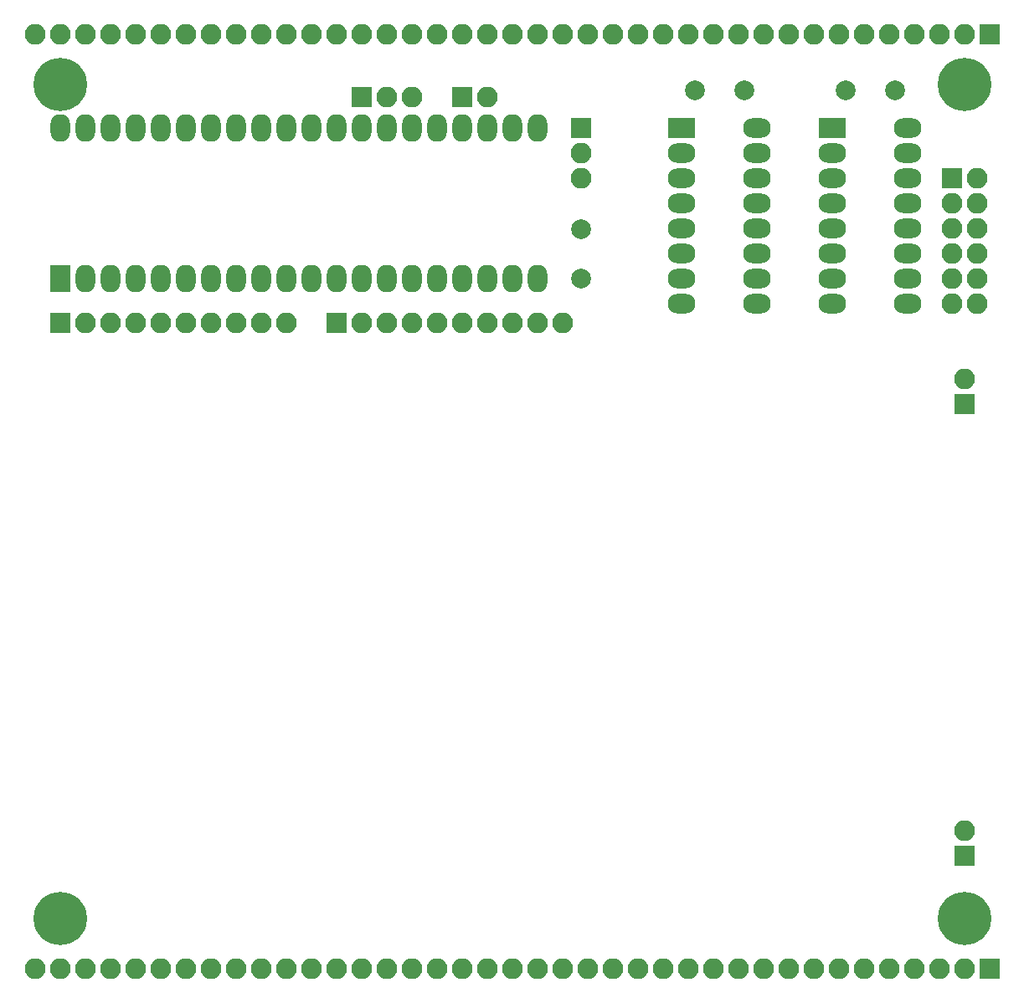
<source format=gbs>
G04 #@! TF.FileFunction,Soldermask,Bot*
%FSLAX46Y46*%
G04 Gerber Fmt 4.6, Leading zero omitted, Abs format (unit mm)*
G04 Created by KiCad (PCBNEW 4.0.7) date 12/31/19 01:00:58*
%MOMM*%
%LPD*%
G01*
G04 APERTURE LIST*
%ADD10C,0.100000*%
%ADD11R,2.100000X2.100000*%
%ADD12O,2.100000X2.100000*%
%ADD13C,5.400000*%
%ADD14C,2.000000*%
%ADD15R,2.800000X2.000000*%
%ADD16O,2.800000X2.000000*%
%ADD17R,2.000000X2.800000*%
%ADD18O,2.000000X2.800000*%
G04 APERTURE END LIST*
D10*
D11*
X198120000Y-145415000D03*
D12*
X195580000Y-145415000D03*
X193040000Y-145415000D03*
X190500000Y-145415000D03*
X187960000Y-145415000D03*
X185420000Y-145415000D03*
X182880000Y-145415000D03*
X180340000Y-145415000D03*
X177800000Y-145415000D03*
X175260000Y-145415000D03*
X172720000Y-145415000D03*
X170180000Y-145415000D03*
X167640000Y-145415000D03*
X165100000Y-145415000D03*
X162560000Y-145415000D03*
X160020000Y-145415000D03*
X157480000Y-145415000D03*
X154940000Y-145415000D03*
X152400000Y-145415000D03*
X149860000Y-145415000D03*
X147320000Y-145415000D03*
X144780000Y-145415000D03*
X142240000Y-145415000D03*
X139700000Y-145415000D03*
X137160000Y-145415000D03*
X134620000Y-145415000D03*
X132080000Y-145415000D03*
X129540000Y-145415000D03*
X127000000Y-145415000D03*
X124460000Y-145415000D03*
X121920000Y-145415000D03*
X119380000Y-145415000D03*
X116840000Y-145415000D03*
X114300000Y-145415000D03*
X111760000Y-145415000D03*
X109220000Y-145415000D03*
X106680000Y-145415000D03*
X104140000Y-145415000D03*
X101600000Y-145415000D03*
D13*
X104140000Y-140335000D03*
X195580000Y-140335000D03*
X195580000Y-55880000D03*
X104140000Y-55880000D03*
D11*
X198120000Y-50800000D03*
D12*
X195580000Y-50800000D03*
X193040000Y-50800000D03*
X190500000Y-50800000D03*
X187960000Y-50800000D03*
X185420000Y-50800000D03*
X182880000Y-50800000D03*
X180340000Y-50800000D03*
X177800000Y-50800000D03*
X175260000Y-50800000D03*
X172720000Y-50800000D03*
X170180000Y-50800000D03*
X167640000Y-50800000D03*
X165100000Y-50800000D03*
X162560000Y-50800000D03*
X160020000Y-50800000D03*
X157480000Y-50800000D03*
X154940000Y-50800000D03*
X152400000Y-50800000D03*
X149860000Y-50800000D03*
X147320000Y-50800000D03*
X144780000Y-50800000D03*
X142240000Y-50800000D03*
X139700000Y-50800000D03*
X137160000Y-50800000D03*
X134620000Y-50800000D03*
X132080000Y-50800000D03*
X129540000Y-50800000D03*
X127000000Y-50800000D03*
X124460000Y-50800000D03*
X121920000Y-50800000D03*
X119380000Y-50800000D03*
X116840000Y-50800000D03*
X114300000Y-50800000D03*
X111760000Y-50800000D03*
X109220000Y-50800000D03*
X106680000Y-50800000D03*
X104140000Y-50800000D03*
X101600000Y-50800000D03*
D14*
X156845000Y-75565000D03*
X156845000Y-70565000D03*
X173355000Y-56515000D03*
X168355000Y-56515000D03*
X188595000Y-56515000D03*
X183595000Y-56515000D03*
D11*
X194310000Y-65405000D03*
D12*
X196850000Y-65405000D03*
X194310000Y-67945000D03*
X196850000Y-67945000D03*
X194310000Y-70485000D03*
X196850000Y-70485000D03*
X194310000Y-73025000D03*
X196850000Y-73025000D03*
X194310000Y-75565000D03*
X196850000Y-75565000D03*
X194310000Y-78105000D03*
X196850000Y-78105000D03*
D11*
X104140000Y-80010000D03*
D12*
X106680000Y-80010000D03*
X109220000Y-80010000D03*
X111760000Y-80010000D03*
X114300000Y-80010000D03*
X116840000Y-80010000D03*
X119380000Y-80010000D03*
X121920000Y-80010000D03*
X124460000Y-80010000D03*
X127000000Y-80010000D03*
D11*
X132080000Y-80010000D03*
D12*
X134620000Y-80010000D03*
X137160000Y-80010000D03*
X139700000Y-80010000D03*
X142240000Y-80010000D03*
X144780000Y-80010000D03*
X147320000Y-80010000D03*
X149860000Y-80010000D03*
X152400000Y-80010000D03*
X154940000Y-80010000D03*
D11*
X195580000Y-133985000D03*
D12*
X195580000Y-131445000D03*
D11*
X195580000Y-88265000D03*
D12*
X195580000Y-85725000D03*
D11*
X144780000Y-57150000D03*
D12*
X147320000Y-57150000D03*
D11*
X156845000Y-60325000D03*
D12*
X156845000Y-62865000D03*
X156845000Y-65405000D03*
D15*
X182245000Y-60325000D03*
D16*
X189865000Y-78105000D03*
X182245000Y-62865000D03*
X189865000Y-75565000D03*
X182245000Y-65405000D03*
X189865000Y-73025000D03*
X182245000Y-67945000D03*
X189865000Y-70485000D03*
X182245000Y-70485000D03*
X189865000Y-67945000D03*
X182245000Y-73025000D03*
X189865000Y-65405000D03*
X182245000Y-75565000D03*
X189865000Y-62865000D03*
X182245000Y-78105000D03*
X189865000Y-60325000D03*
D17*
X104140000Y-75565000D03*
D18*
X152400000Y-60325000D03*
X106680000Y-75565000D03*
X149860000Y-60325000D03*
X109220000Y-75565000D03*
X147320000Y-60325000D03*
X111760000Y-75565000D03*
X144780000Y-60325000D03*
X114300000Y-75565000D03*
X142240000Y-60325000D03*
X116840000Y-75565000D03*
X139700000Y-60325000D03*
X119380000Y-75565000D03*
X137160000Y-60325000D03*
X121920000Y-75565000D03*
X134620000Y-60325000D03*
X124460000Y-75565000D03*
X132080000Y-60325000D03*
X127000000Y-75565000D03*
X129540000Y-60325000D03*
X129540000Y-75565000D03*
X127000000Y-60325000D03*
X132080000Y-75565000D03*
X124460000Y-60325000D03*
X134620000Y-75565000D03*
X121920000Y-60325000D03*
X137160000Y-75565000D03*
X119380000Y-60325000D03*
X139700000Y-75565000D03*
X116840000Y-60325000D03*
X142240000Y-75565000D03*
X114300000Y-60325000D03*
X144780000Y-75565000D03*
X111760000Y-60325000D03*
X147320000Y-75565000D03*
X109220000Y-60325000D03*
X149860000Y-75565000D03*
X106680000Y-60325000D03*
X152400000Y-75565000D03*
X104140000Y-60325000D03*
D15*
X167005000Y-60325000D03*
D16*
X174625000Y-78105000D03*
X167005000Y-62865000D03*
X174625000Y-75565000D03*
X167005000Y-65405000D03*
X174625000Y-73025000D03*
X167005000Y-67945000D03*
X174625000Y-70485000D03*
X167005000Y-70485000D03*
X174625000Y-67945000D03*
X167005000Y-73025000D03*
X174625000Y-65405000D03*
X167005000Y-75565000D03*
X174625000Y-62865000D03*
X167005000Y-78105000D03*
X174625000Y-60325000D03*
D11*
X134620000Y-57150000D03*
D12*
X137160000Y-57150000D03*
X139700000Y-57150000D03*
M02*

</source>
